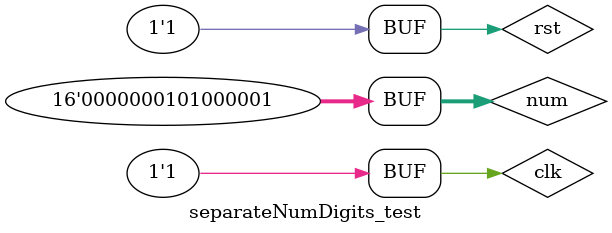
<source format=v>
`timescale 1 ns / 100 ps
module separateNumDigits_test();

	reg[15:0] num;
	reg clk, rst;
	wire[3:0] digit4, digit3, digit2, digit1;
	
	separateNumDigits a(clk, rst, num, digit4, digit3, digit2, digit1);

	always begin
	clk <= 0;
	#10;
	clk <= 1;
	#10;
	end
	initial begin
	rst = 0;
	num = 0;
	#150
	rst = 1;
	#150
	num = 16'd4501;
	#150
	num = 16'd5168;
	#150
	num = 16'd321;
	end
endmodule

</source>
